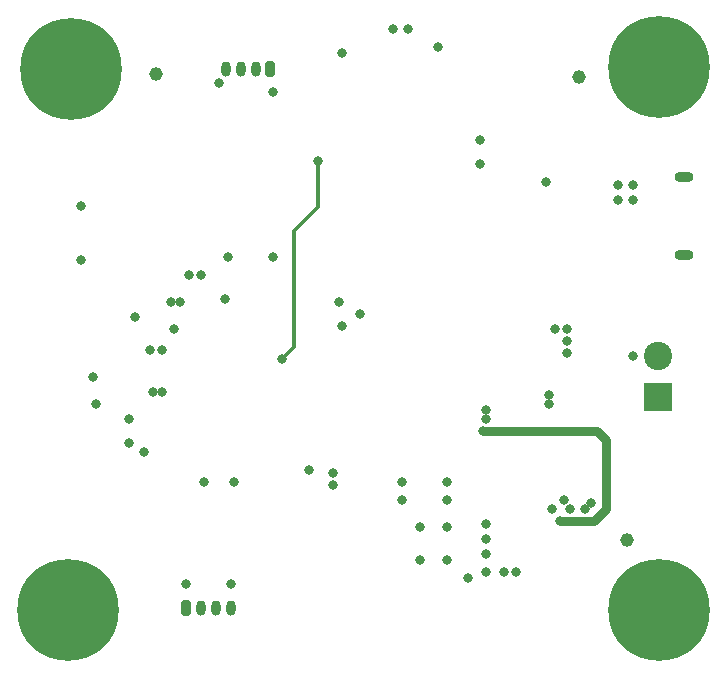
<source format=gbr>
%TF.GenerationSoftware,KiCad,Pcbnew,8.0.1*%
%TF.CreationDate,2024-05-01T14:41:19+05:45*%
%TF.ProjectId,STM32F4_Breakout_REV2,53544d33-3246-4345-9f42-7265616b6f75,rev?*%
%TF.SameCoordinates,Original*%
%TF.FileFunction,Copper,L4,Bot*%
%TF.FilePolarity,Positive*%
%FSLAX46Y46*%
G04 Gerber Fmt 4.6, Leading zero omitted, Abs format (unit mm)*
G04 Created by KiCad (PCBNEW 8.0.1) date 2024-05-01 14:41:19*
%MOMM*%
%LPD*%
G01*
G04 APERTURE LIST*
G04 Aperture macros list*
%AMRoundRect*
0 Rectangle with rounded corners*
0 $1 Rounding radius*
0 $2 $3 $4 $5 $6 $7 $8 $9 X,Y pos of 4 corners*
0 Add a 4 corners polygon primitive as box body*
4,1,4,$2,$3,$4,$5,$6,$7,$8,$9,$2,$3,0*
0 Add four circle primitives for the rounded corners*
1,1,$1+$1,$2,$3*
1,1,$1+$1,$4,$5*
1,1,$1+$1,$6,$7*
1,1,$1+$1,$8,$9*
0 Add four rect primitives between the rounded corners*
20,1,$1+$1,$2,$3,$4,$5,0*
20,1,$1+$1,$4,$5,$6,$7,0*
20,1,$1+$1,$6,$7,$8,$9,0*
20,1,$1+$1,$8,$9,$2,$3,0*%
G04 Aperture macros list end*
%TA.AperFunction,ComponentPad*%
%ADD10C,1.152000*%
%TD*%
%TA.AperFunction,ComponentPad*%
%ADD11C,0.900000*%
%TD*%
%TA.AperFunction,ComponentPad*%
%ADD12C,8.600000*%
%TD*%
%TA.AperFunction,ComponentPad*%
%ADD13RoundRect,0.200000X-0.200000X-0.450000X0.200000X-0.450000X0.200000X0.450000X-0.200000X0.450000X0*%
%TD*%
%TA.AperFunction,ComponentPad*%
%ADD14O,0.800000X1.300000*%
%TD*%
%TA.AperFunction,ComponentPad*%
%ADD15RoundRect,0.200000X0.200000X0.450000X-0.200000X0.450000X-0.200000X-0.450000X0.200000X-0.450000X0*%
%TD*%
%TA.AperFunction,ComponentPad*%
%ADD16O,1.600000X0.900000*%
%TD*%
%TA.AperFunction,ComponentPad*%
%ADD17R,2.400000X2.400000*%
%TD*%
%TA.AperFunction,ComponentPad*%
%ADD18C,2.400000*%
%TD*%
%TA.AperFunction,ViaPad*%
%ADD19C,0.800000*%
%TD*%
%TA.AperFunction,Conductor*%
%ADD20C,0.750000*%
%TD*%
%TA.AperFunction,Conductor*%
%ADD21C,0.300000*%
%TD*%
G04 APERTURE END LIST*
D10*
%TO.P,REF\u002A\u002A,1*%
%TO.N,N/C*%
X101354000Y-77086200D03*
%TD*%
%TO.P,REF\u002A\u002A,1*%
%TO.N,N/C*%
X97282000Y-37846000D03*
%TD*%
%TO.P,REF\u002A\u002A,1*%
%TO.N,N/C*%
X61476000Y-37592000D03*
%TD*%
D11*
%TO.P,H1,1,1*%
%TO.N,GND*%
X100775000Y-37000000D03*
X101719581Y-34719581D03*
X101719581Y-39280419D03*
X104000000Y-33775000D03*
D12*
X104000000Y-37000000D03*
D11*
X104000000Y-40225000D03*
X106280419Y-34719581D03*
X106280419Y-39280419D03*
X107225000Y-37000000D03*
%TD*%
%TO.P,H2,1,1*%
%TO.N,GND*%
X100775000Y-83000000D03*
X101719581Y-80719581D03*
X101719581Y-85280419D03*
X104000000Y-79775000D03*
D12*
X104000000Y-83000000D03*
D11*
X104000000Y-86225000D03*
X106280419Y-80719581D03*
X106280419Y-85280419D03*
X107225000Y-83000000D03*
%TD*%
D13*
%TO.P,J5,1,Pin_1*%
%TO.N,+3V3*%
X64017200Y-82829400D03*
D14*
%TO.P,J5,2,Pin_2*%
%TO.N,UART3_TX*%
X65267200Y-82829400D03*
%TO.P,J5,3,Pin_3*%
%TO.N,UART3_RX*%
X66517200Y-82829400D03*
%TO.P,J5,4,Pin_4*%
%TO.N,GND*%
X67767200Y-82829400D03*
%TD*%
D11*
%TO.P,H3,1,1*%
%TO.N,GND*%
X50775000Y-83000000D03*
X51719581Y-80719581D03*
X51719581Y-85280419D03*
X54000000Y-79775000D03*
D12*
X54000000Y-83000000D03*
D11*
X54000000Y-86225000D03*
X56280419Y-80719581D03*
X56280419Y-85280419D03*
X57225000Y-83000000D03*
%TD*%
D15*
%TO.P,J3,1,Pin_1*%
%TO.N,+3V3*%
X71125000Y-37200000D03*
D14*
%TO.P,J3,2,Pin_2*%
%TO.N,I2C1_SCL*%
X69875000Y-37200000D03*
%TO.P,J3,3,Pin_3*%
%TO.N,I2C1_SDA*%
X68625000Y-37200000D03*
%TO.P,J3,4,Pin_4*%
%TO.N,GND*%
X67375000Y-37200000D03*
%TD*%
D11*
%TO.P,H4,1,1*%
%TO.N,GND*%
X51025000Y-37225000D03*
X51969581Y-34944581D03*
X51969581Y-39505419D03*
X54250000Y-34000000D03*
D12*
X54250000Y-37225000D03*
D11*
X54250000Y-40450000D03*
X56530419Y-34944581D03*
X56530419Y-39505419D03*
X57475000Y-37225000D03*
%TD*%
D16*
%TO.P,J1,6,Shield*%
%TO.N,unconnected-(J1-Shield-Pad6)_3*%
X106172000Y-52900000D03*
%TO.N,unconnected-(J1-Shield-Pad6)_0*%
X106172000Y-46300000D03*
%TD*%
D17*
%TO.P,J2,1,Pin_1*%
%TO.N,+12V*%
X103948000Y-64996000D03*
D18*
%TO.P,J2,2,Pin_2*%
%TO.N,GND*%
X103948000Y-61496000D03*
%TD*%
D19*
%TO.N,GND*%
X89408000Y-66040000D03*
X94996000Y-74422000D03*
X89408000Y-75692000D03*
X55118000Y-53340000D03*
X63500000Y-56896000D03*
X94742000Y-65532000D03*
X100584000Y-48260000D03*
X95250000Y-59182000D03*
X67762200Y-80805400D03*
X62738000Y-56896000D03*
X91948000Y-79756000D03*
X88900000Y-45212000D03*
X87884000Y-80264000D03*
X77216000Y-35814000D03*
X81534000Y-33782000D03*
X89408000Y-66802000D03*
X76454000Y-72390000D03*
X101854000Y-48260000D03*
X65532000Y-72136000D03*
X82804000Y-33782000D03*
X60960000Y-60960000D03*
X101854000Y-46990000D03*
X90932000Y-79756000D03*
X96266000Y-59182000D03*
X89408000Y-78232000D03*
X59690000Y-58166000D03*
X96266000Y-61214000D03*
X56388000Y-65532000D03*
X89408000Y-79756000D03*
X61976000Y-64516000D03*
X76962000Y-56896000D03*
X78740000Y-57912000D03*
X62992000Y-59182000D03*
X66802000Y-38354000D03*
X96266000Y-60198000D03*
X100584000Y-46990000D03*
X101854000Y-61468000D03*
X94742000Y-64770000D03*
X60452000Y-69596000D03*
X67310000Y-56642000D03*
X89408000Y-76962000D03*
X98298000Y-73914000D03*
X94488000Y-46736000D03*
X97790000Y-74422000D03*
X76454000Y-71374000D03*
X61214000Y-64516000D03*
X56134000Y-63246000D03*
%TO.N,+3V3*%
X71374000Y-39116000D03*
X67564000Y-53086000D03*
X59182000Y-68834000D03*
X77216000Y-58928000D03*
X83820000Y-78740000D03*
X71374000Y-53086000D03*
X59182000Y-66802000D03*
X64262000Y-54610000D03*
X95948000Y-73660000D03*
X86106000Y-75946000D03*
X85344000Y-35306000D03*
X82296000Y-73660000D03*
X63952200Y-80805400D03*
X86106000Y-78740000D03*
X65278000Y-54610000D03*
X82296000Y-72136000D03*
X88900000Y-43180000D03*
X61976000Y-60960000D03*
X83820000Y-75946000D03*
X55118000Y-48768000D03*
X74422000Y-71120000D03*
X96520000Y-74480000D03*
X86106000Y-73660000D03*
X68072000Y-72136000D03*
X86106000Y-72136000D03*
%TO.N,BUCK_SW*%
X95653000Y-75455000D03*
X89154000Y-67818000D03*
%TO.N,NRST*%
X75184000Y-44958000D03*
X72136000Y-61722000D03*
%TD*%
D20*
%TO.N,BUCK_SW*%
X99568000Y-68580000D02*
X99568000Y-74422000D01*
X98535000Y-75455000D02*
X95653000Y-75455000D01*
X99568000Y-74422000D02*
X98535000Y-75455000D01*
X98806000Y-67818000D02*
X99568000Y-68580000D01*
X89154000Y-67818000D02*
X98806000Y-67818000D01*
D21*
%TO.N,NRST*%
X75184000Y-44958000D02*
X75184000Y-48876662D01*
X73152000Y-50908662D02*
X73152000Y-60706000D01*
X73152000Y-60706000D02*
X72136000Y-61722000D01*
X75184000Y-48876662D02*
X73152000Y-50908662D01*
%TD*%
M02*

</source>
